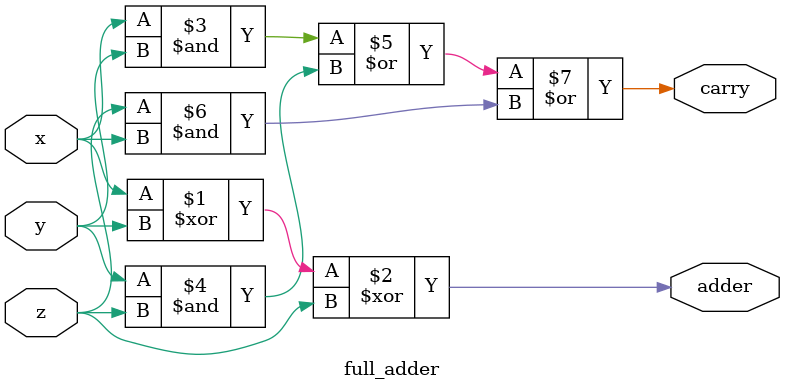
<source format=v>
module full_adder(
	input x,
	input y,
	input z,
	output adder,carry
);

assign adder = x^y^z;
assign carry = (x&y) | (y&z) | (z&x);

endmodule
</source>
